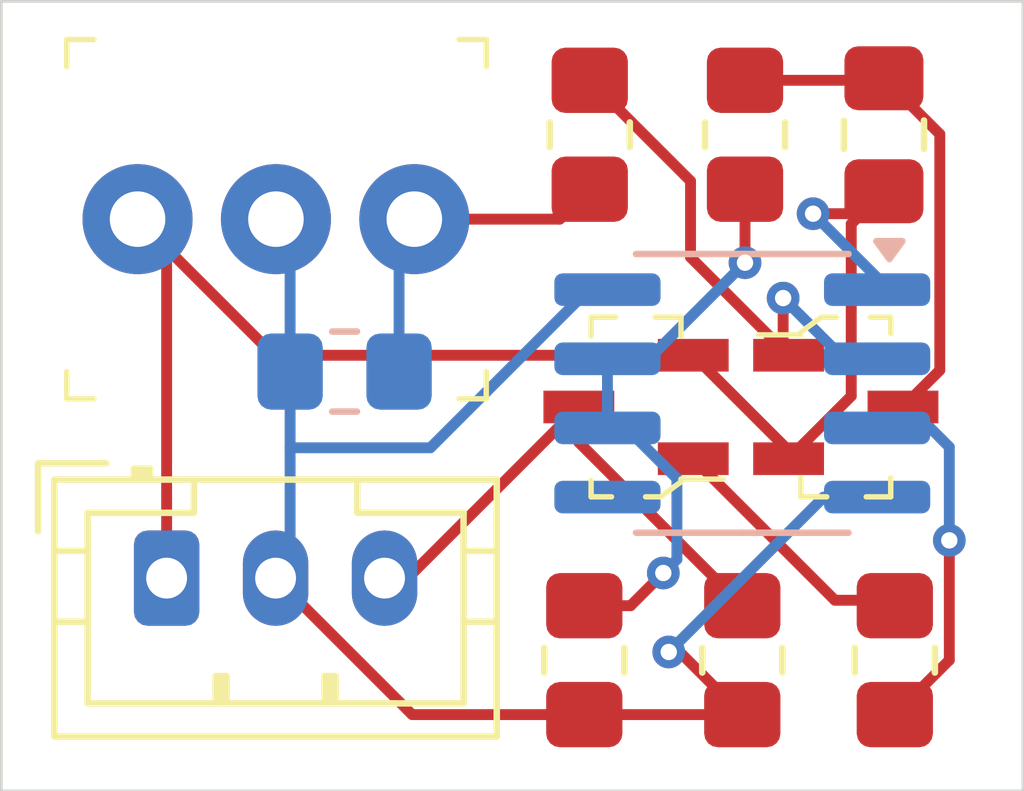
<source format=kicad_pcb>
(kicad_pcb (version 20240108) (generator "pcbnew") (generator_version "8.0")
  (layers (0 "F.Cu" signal) (31 "B.Cu" signal) (34 "B.Paste" user) (35 "F.Paste" user) (36 "B.SilkS" user "B.Silkscreen") (37 "F.SilkS" user "F.Silkscreen") (38 "B.Mask" user) (39 "F.Mask" user) (44 "Edge.Cuts" user))
  (net 0 "")
  (net 1 "Net-(J1-Pad3)")
  (net 2 "Net-(U1-R)")
  (net 3 "Net-(U1-DIS)")
  (net 4 "Net-(U1-Q)")
  (net 6 "Net-(Q2-E)")
  (net 7 "Net-(Q3-E)")
  (net 8 "Net-(Q2-B)")
  (net 9 "Net-(Q2-C)")
  (net 10 "Net-(Q3-B)")
  (footprint "Connector_JST:JST_PH_B3B-PH-K_1x03_P2.00mm_Vertical" (layer "F.Cu") (at 119.033475 86.593723)
    (property "Reference" "J2" (hide yes))
    (property "Value" "0022232031" (hide yes))
    (fp_line (start -2.36 -2.11) (end -2.36 -0.86) (stroke (width 0.12)) (layer "F.SilkS"))
    (fp_line (start -2.06 -1.81) (end -2.06 2.91) (stroke (width 0.12)) (layer "F.SilkS"))
    (fp_line (start -2.06 -0.5) (end -1.45 -0.5) (stroke (width 0.12)) (layer "F.SilkS"))
    (fp_line (start -2.06 0.8) (end -1.45 0.8) (stroke (width 0.12)) (layer "F.SilkS"))
    (fp_line (start -2.06 2.91) (end 6.06 2.91) (stroke (width 0.12)) (layer "F.SilkS"))
    (fp_line (start -1.45 -1.2) (end -1.45 2.3) (stroke (width 0.12)) (layer "F.SilkS"))
    (fp_line (start -1.45 2.3) (end 5.45 2.3) (stroke (width 0.12)) (layer "F.SilkS"))
    (fp_line (start -1.11 -2.11) (end -2.36 -2.11) (stroke (width 0.12)) (layer "F.SilkS"))
    (fp_line (start -0.6 -2.01) (end -0.6 -1.81) (stroke (width 0.12)) (layer "F.SilkS"))
    (fp_line (start -0.3 -2.01) (end -0.6 -2.01) (stroke (width 0.12)) (layer "F.SilkS"))
    (fp_line (start -0.3 -1.91) (end -0.6 -1.91) (stroke (width 0.12)) (layer "F.SilkS"))
    (fp_line (start -0.3 -1.81) (end -0.3 -2.01) (stroke (width 0.12)) (layer "F.SilkS"))
    (fp_line (start 0.5 -1.81) (end 0.5 -1.2) (stroke (width 0.12)) (layer "F.SilkS"))
    (fp_line (start 0.5 -1.2) (end -1.45 -1.2) (stroke (width 0.12)) (layer "F.SilkS"))
    (fp_line (start 0.9 1.8) (end 1.1 1.8) (stroke (width 0.12)) (layer "F.SilkS"))
    (fp_line (start 0.9 2.3) (end 0.9 1.8) (stroke (width 0.12)) (layer "F.SilkS"))
    (fp_line (start 1 2.3) (end 1 1.8) (stroke (width 0.12)) (layer "F.SilkS"))
    (fp_line (start 1.1 1.8) (end 1.1 2.3) (stroke (width 0.12)) (layer "F.SilkS"))
    (fp_line (start 2.9 1.8) (end 3.1 1.8) (stroke (width 0.12)) (layer "F.SilkS"))
    (fp_line (start 2.9 2.3) (end 2.9 1.8) (stroke (width 0.12)) (layer "F.SilkS"))
    (fp_line (start 3 2.3) (end 3 1.8) (stroke (width 0.12)) (layer "F.SilkS"))
    (fp_line (start 3.1 1.8) (end 3.1 2.3) (stroke (width 0.12)) (layer "F.SilkS"))
    (fp_line (start 3.5 -1.2) (end 3.5 -1.81) (stroke (width 0.12)) (layer "F.SilkS"))
    (fp_line (start 5.45 -1.2) (end 3.5 -1.2) (stroke (width 0.12)) (layer "F.SilkS"))
    (fp_line (start 5.45 2.3) (end 5.45 -1.2) (stroke (width 0.12)) (layer "F.SilkS"))
    (fp_line (start 6.06 -1.81) (end -2.06 -1.81) (stroke (width 0.12)) (layer "F.SilkS"))
    (fp_line (start 6.06 -0.5) (end 5.45 -0.5) (stroke (width 0.12)) (layer "F.SilkS"))
    (fp_line (start 6.06 0.8) (end 5.45 0.8) (stroke (width 0.12)) (layer "F.SilkS"))
    (fp_line (start 6.06 2.91) (end 6.06 -1.81) (stroke (width 0.12)) (layer "F.SilkS"))
    (pad "1" thru_hole roundrect (at 0 0) (size 1.2 1.75) (drill 0.75) (layers "*.Cu" "*.Mask") (roundrect_rratio 0.208333) (net 6 "Net-(Q2-E)"))
    (pad "2" thru_hole oval (at 2 0) (size 1.2 1.75) (drill 0.75) (layers "*.Cu" "*.Mask") (net 2 "Net-(U1-R)"))
    (pad "3" thru_hole oval (at 4 0) (size 1.2 1.75) (drill 0.75) (layers "*.Cu" "*.Mask") (net 9 "Net-(Q2-C)"))
  )
  (footprint "Resistor_SMD:R_0805_2012Metric_Pad1.20x1.40mm_HandSolder" (layer "F.Cu") (at 129.65 78.45 90)
    (property "Reference" "R4" (hide yes))
    (property "Value" "100" (hide yes))
    (fp_line (start -0.227064 -0.735) (end 0.227064 -0.735) (stroke (width 0.12)) (layer "F.SilkS"))
    (fp_line (start -0.227064 0.735) (end 0.227064 0.735) (stroke (width 0.12)) (layer "F.SilkS"))
    (pad "1" smd roundrect (at -1 0 90) (size 1.2 1.4) (layers "F.Cu" "F.Paste" "F.Mask") (roundrect_rratio 0.208333) (net 3 "Net-(U1-DIS)"))
    (pad "2" smd roundrect (at 1 0 90) (size 1.2 1.4) (layers "F.Cu" "F.Paste" "F.Mask") (roundrect_rratio 0.208333) (net 7 "Net-(Q3-E)"))
  )
  (footprint "digikey-footprints:SOT-23-3" (layer "F.Cu") (at 127.65 83.45 180)
    (property "Reference" "Q2" (hide yes))
    (property "Value" "MMBT2222A-7-F" (hide yes))
    (fp_line (start 0.825 1.65) (end 0.375 1.65) (stroke (width 0.1)) (layer "F.SilkS"))
    (fp_line (start 0.825 1.425) (end 0.825 1.3) (stroke (width 0.1)) (layer "F.SilkS"))
    (fp_line (start 0.825 1.35) (end 0.825 1.65) (stroke (width 0.1)) (layer "F.SilkS"))
    (fp_line (start 0.825 -1.65) (end 0.825 -1.35) (stroke (width 0.1)) (layer "F.SilkS"))
    (fp_line (start 0.45 -1.65) (end 0.825 -1.65) (stroke (width 0.1)) (layer "F.SilkS"))
    (fp_line (start -0.175 -1.65) (end -0.45 -1.65) (stroke (width 0.1)) (layer "F.SilkS"))
    (fp_line (start -0.35 1.65) (end -0.825 1.65) (stroke (width 0.1)) (layer "F.SilkS"))
    (fp_line (start -0.45 -1.65) (end -0.825 -1.375) (stroke (width 0.1)) (layer "F.SilkS"))
    (fp_line (start -0.825 1.65) (end -0.825 1.3) (stroke (width 0.1)) (layer "F.SilkS"))
    (fp_line (start -0.825 -1.325) (end -1.6 -1.325) (stroke (width 0.1)) (layer "F.SilkS"))
    (fp_line (start -0.825 -1.375) (end -0.825 -1.325) (stroke (width 0.1)) (layer "F.SilkS"))
    (pad "1" smd rect (at -1.05 -0.95 180) (size 1.3 0.6) (layers "F.Cu" "F.Paste" "F.Mask") (net 8 "Net-(Q2-B)"))
    (pad "2" smd rect (at -1.05 0.95 180) (size 1.3 0.6) (layers "F.Cu" "F.Paste" "F.Mask") (net 6 "Net-(Q2-E)"))
    (pad "3" smd rect (at 1.05 0 180) (size 1.3 0.6) (layers "F.Cu" "F.Paste" "F.Mask") (net 9 "Net-(Q2-C)"))
  )
  (footprint "Resistor_SMD:R_0805_2012Metric_Pad1.20x1.40mm_HandSolder" (layer "F.Cu") (at 126.7 88.1 90)
    (property "Reference" "R3" (hide yes))
    (property "Value" "10K" (hide yes))
    (fp_line (start -0.227064 -0.735) (end 0.227064 -0.735) (stroke (width 0.12)) (layer "F.SilkS"))
    (fp_line (start -0.227064 0.735) (end 0.227064 0.735) (stroke (width 0.12)) (layer "F.SilkS"))
    (pad "1" smd roundrect (at -1 0 90) (size 1.2 1.4) (layers "F.Cu" "F.Paste" "F.Mask") (roundrect_rratio 0.208333) (net 2 "Net-(U1-R)"))
    (pad "2" smd roundrect (at 1 0 90) (size 1.2 1.4) (layers "F.Cu" "F.Paste" "F.Mask") (roundrect_rratio 0.208333) (net 3 "Net-(U1-DIS)"))
  )
  (footprint "Capacitor_SMD:C_0805_2012Metric_Pad1.18x1.45mm_HandSolder" (layer "F.Cu") (at 132.2 78.45 -90)
    (property "Reference" "C1" (hide yes))
    (property "Value" "10uf" (hide yes))
    (fp_line (start -0.261252 0.735) (end 0.261252 0.735) (stroke (width 0.12)) (layer "F.SilkS"))
    (fp_line (start -0.261252 -0.735) (end 0.261252 -0.735) (stroke (width 0.12)) (layer "F.SilkS"))
    (pad "1" smd roundrect (at -1.0375 0 270) (size 1.175 1.45) (layers "F.Cu" "F.Paste" "F.Mask") (roundrect_rratio 0.212766) (net 7 "Net-(Q3-E)"))
    (pad "2" smd roundrect (at 1.0375 0 270) (size 1.175 1.45) (layers "F.Cu" "F.Paste" "F.Mask") (roundrect_rratio 0.212766) (net 6 "Net-(Q2-E)"))
  )
  (footprint "digikey-footprints:PinHeader_1x3_P2.54mm_Drill1.02mm" (layer "F.Cu") (at 118.5 80)
    (property "Reference" "J1" (hide yes))
    (property "Value" "0022232031" (hide yes))
    (fp_line (start -1.3 -3.3) (end -1.3 -2.8) (stroke (width 0.1)) (layer "F.SilkS"))
    (fp_line (start -1.3 -3.3) (end -0.8 -3.3) (stroke (width 0.1)) (layer "F.SilkS"))
    (fp_line (start -1.3 3.3) (end -1.3 2.8) (stroke (width 0.1)) (layer "F.SilkS"))
    (fp_line (start -1.3 3.3) (end -0.8 3.3) (stroke (width 0.1)) (layer "F.SilkS"))
    (fp_line (start 6.4 -3.3) (end 5.9 -3.3) (stroke (width 0.1)) (layer "F.SilkS"))
    (fp_line (start 6.4 -3.3) (end 6.4 -2.8) (stroke (width 0.1)) (layer "F.SilkS"))
    (fp_line (start 6.4 3.3) (end 5.9 3.3) (stroke (width 0.1)) (layer "F.SilkS"))
    (fp_line (start 6.4 3.3) (end 6.4 2.8) (stroke (width 0.1)) (layer "F.SilkS"))
    (pad "1" thru_hole circle (at 0 0) (size 2.02 2.02) (drill 1.02) (layers "*.Cu" "*.Mask") (net 6 "Net-(Q2-E)"))
    (pad "2" thru_hole circle (at 2.54 0) (size 2.02 2.02) (drill 1.02) (layers "*.Cu" "*.Mask") (net 2 "Net-(U1-R)"))
    (pad "3" thru_hole circle (at 5.08 0) (size 2.02 2.02) (drill 1.02) (layers "*.Cu" "*.Mask") (net 1 "Net-(J1-Pad3)"))
  )
  (footprint "digikey-footprints:SOT-23-3" (layer "F.Cu") (at 131.5 83.45)
    (property "Reference" "Q3" (hide yes))
    (property "Value" "MMBT2907ALT1G" (hide yes))
    (fp_line (start -0.825 -1.375) (end -0.825 -1.325) (stroke (width 0.1)) (layer "F.SilkS"))
    (fp_line (start -0.825 -1.325) (end -1.6 -1.325) (stroke (width 0.1)) (layer "F.SilkS"))
    (fp_line (start -0.825 1.65) (end -0.825 1.3) (stroke (width 0.1)) (layer "F.SilkS"))
    (fp_line (start -0.45 -1.65) (end -0.825 -1.375) (stroke (width 0.1)) (layer "F.SilkS"))
    (fp_line (start -0.35 1.65) (end -0.825 1.65) (stroke (width 0.1)) (layer "F.SilkS"))
    (fp_line (start -0.175 -1.65) (end -0.45 -1.65) (stroke (width 0.1)) (layer "F.SilkS"))
    (fp_line (start 0.45 -1.65) (end 0.825 -1.65) (stroke (width 0.1)) (layer "F.SilkS"))
    (fp_line (start 0.825 -1.65) (end 0.825 -1.35) (stroke (width 0.1)) (layer "F.SilkS"))
    (fp_line (start 0.825 1.35) (end 0.825 1.65) (stroke (width 0.1)) (layer "F.SilkS"))
    (fp_line (start 0.825 1.425) (end 0.825 1.3) (stroke (width 0.1)) (layer "F.SilkS"))
    (fp_line (start 0.825 1.65) (end 0.375 1.65) (stroke (width 0.1)) (layer "F.SilkS"))
    (pad "1" smd rect (at -1.05 -0.95) (size 1.3 0.6) (layers "F.Cu" "F.Paste" "F.Mask") (net 10 "Net-(Q3-B)"))
    (pad "2" smd rect (at -1.05 0.95) (size 1.3 0.6) (layers "F.Cu" "F.Paste" "F.Mask") (net 6 "Net-(Q2-E)"))
    (pad "3" smd rect (at 1.05 0) (size 1.3 0.6) (layers "F.Cu" "F.Paste" "F.Mask") (net 7 "Net-(Q3-E)"))
  )
  (footprint "Resistor_SMD:R_0805_2012Metric_Pad1.20x1.40mm_HandSolder" (layer "F.Cu") (at 126.8 78.45 90)
    (property "Reference" "R2" (hide yes))
    (property "Value" "10K" (hide yes))
    (fp_line (start -0.227064 -0.735) (end 0.227064 -0.735) (stroke (width 0.12)) (layer "F.SilkS"))
    (fp_line (start -0.227064 0.735) (end 0.227064 0.735) (stroke (width 0.12)) (layer "F.SilkS"))
    (pad "1" smd roundrect (at -1 0 90) (size 1.2 1.4) (layers "F.Cu" "F.Paste" "F.Mask") (roundrect_rratio 0.208333) (net 1 "Net-(J1-Pad3)"))
    (pad "2" smd roundrect (at 1 0 90) (size 1.2 1.4) (layers "F.Cu" "F.Paste" "F.Mask") (roundrect_rratio 0.208333) (net 10 "Net-(Q3-B)"))
  )
  (footprint "Resistor_SMD:R_0805_2012Metric_Pad1.20x1.40mm_HandSolder" (layer "F.Cu") (at 132.4 88.1 90)
    (property "Reference" "R5" (hide yes))
    (property "Value" "10K" (hide yes))
    (fp_line (start -0.227064 -0.735) (end 0.227064 -0.735) (stroke (width 0.12)) (layer "F.SilkS"))
    (fp_line (start -0.227064 0.735) (end 0.227064 0.735) (stroke (width 0.12)) (layer "F.SilkS"))
    (pad "1" smd roundrect (at -1 0 90) (size 1.2 1.4) (layers "F.Cu" "F.Paste" "F.Mask") (roundrect_rratio 0.208333) (net 4 "Net-(U1-Q)"))
    (pad "2" smd roundrect (at 1 0 90) (size 1.2 1.4) (layers "F.Cu" "F.Paste" "F.Mask") (roundrect_rratio 0.208333) (net 8 "Net-(Q2-B)"))
  )
  (footprint "Resistor_SMD:R_0805_2012Metric_Pad1.20x1.40mm_HandSolder" (layer "F.Cu") (at 129.6 88.1 90)
    (property "Reference" "R6" (hide yes))
    (property "Value" "10K" (hide yes))
    (fp_line (start -0.227064 -0.735) (end 0.227064 -0.735) (stroke (width 0.12)) (layer "F.SilkS"))
    (fp_line (start -0.227064 0.735) (end 0.227064 0.735) (stroke (width 0.12)) (layer "F.SilkS"))
    (pad "1" smd roundrect (at -1 0 90) (size 1.2 1.4) (layers "F.Cu" "F.Paste" "F.Mask") (roundrect_rratio 0.208333) (net 2 "Net-(U1-R)"))
    (pad "2" smd roundrect (at 1 0 90) (size 1.2 1.4) (layers "F.Cu" "F.Paste" "F.Mask") (roundrect_rratio 0.208333) (net 9 "Net-(Q2-C)"))
  )
  (footprint "Package_SO:SOIC-8_3.9x4.9mm_P1.27mm" (layer "B.Cu") (at 129.6 83.2 180)
    (property "Reference" "U1" (hide yes))
    (property "Value" "NE555P" (hide yes))
    (fp_line (start 1.95 2.56) (end 0 2.56) (stroke (width 0.12)) (layer "B.SilkS"))
    (fp_line (start 1.95 -2.56) (end 0 -2.56) (stroke (width 0.12)) (layer "B.SilkS"))
    (fp_line (start -1.95 2.56) (end 0 2.56) (stroke (width 0.12)) (layer "B.SilkS"))
    (fp_line (start -1.95 -2.56) (end 0 -2.56) (stroke (width 0.12)) (layer "B.SilkS"))
    (fp_poly (pts (xy -2.7 2.465) (xy -2.94 2.795) (xy -2.46 2.795) (xy -2.7 2.465)) (stroke (width 0.12)) (fill solid) (layer "B.SilkS"))
    (pad "1" smd roundrect (at -2.475 1.905 180) (size 1.95 0.6) (layers "B.Cu" "B.Paste" "B.Mask") (net 6 "Net-(Q2-E)"))
    (pad "2" smd roundrect (at -2.475 0.635 180) (size 1.95 0.6) (layers "B.Cu" "B.Paste" "B.Mask") (net 10 "Net-(Q3-B)"))
    (pad "3" smd roundrect (at -2.475 -0.635 180) (size 1.95 0.6) (layers "B.Cu" "B.Paste" "B.Mask") (net 4 "Net-(U1-Q)"))
    (pad "4" smd roundrect (at -2.475 -1.905 180) (size 1.95 0.6) (layers "B.Cu" "B.Paste" "B.Mask") (net 2 "Net-(U1-R)"))
    (pad "5" smd roundrect (at 2.475 -1.905 180) (size 1.95 0.6) (layers "B.Cu" "B.Paste" "B.Mask"))
    (pad "6" smd roundrect (at 2.475 -0.635 180) (size 1.95 0.6) (layers "B.Cu" "B.Paste" "B.Mask") (net 3 "Net-(U1-DIS)"))
    (pad "7" smd roundrect (at 2.475 0.635 180) (size 1.95 0.6) (layers "B.Cu" "B.Paste" "B.Mask") (net 3 "Net-(U1-DIS)"))
    (pad "8" smd roundrect (at 2.475 1.905 180) (size 1.95 0.6) (layers "B.Cu" "B.Paste" "B.Mask") (net 2 "Net-(U1-R)"))
  )
  (footprint "Resistor_SMD:R_0805_2012Metric_Pad1.20x1.40mm_HandSolder" (layer "B.Cu") (at 122.3 82.8)
    (property "Reference" "R1" (hide yes))
    (property "Value" "10K" (hide yes))
    (fp_line (start 0.227064 -0.735) (end -0.227064 -0.735) (stroke (width 0.12)) (layer "B.SilkS"))
    (fp_line (start 0.227064 0.735) (end -0.227064 0.735) (stroke (width 0.12)) (layer "B.SilkS"))
    (pad "1" smd roundrect (at -1 0) (size 1.2 1.4) (layers "B.Cu" "B.Paste" "B.Mask") (roundrect_rratio 0.208333) (net 2 "Net-(U1-R)"))
    (pad "2" smd roundrect (at 1 0) (size 1.2 1.4) (layers "B.Cu" "B.Paste" "B.Mask") (roundrect_rratio 0.208333) (net 1 "Net-(J1-Pad3)"))
  )
  (gr_rect (start 116 76) (end 134.75 90.5) (stroke (width 0.05)) (fill none) (layer "Edge.Cuts"))
  (segment (start 126.25 80) (end 126.8 79.45) (width 0.2) (layer "F.Cu") (net 1))
  (segment (start 123.58 80) (end 126.25 80) (width 0.2) (layer "F.Cu") (net 1))
  (segment (start 123.3 82.8) (end 123.3 80.28) (width 0.2) (layer "B.Cu") (net 1))
  (segment (start 123.3 80.28) (end 123.58 80) (width 0.2) (layer "B.Cu") (net 1))
  (segment (start 128.45 87.95) (end 129.6 89.1) (width 0.2) (layer "F.Cu") (net 2))
  (segment (start 126.7 89.1) (end 129.6 89.1) (width 0.2) (layer "F.Cu") (net 2))
  (segment (start 128.25 87.95) (end 128.45 87.95) (width 0.2) (layer "F.Cu") (net 2))
  (segment (start 123.539752 89.1) (end 121.033475 86.593723) (width 0.2) (layer "F.Cu") (net 2))
  (segment (start 126.7 89.1) (end 123.539752 89.1) (width 0.2) (layer "F.Cu") (net 2))
  (segment (start 129.6 89.1) (end 129.9 89.1) (width 0.2) (layer "F.Cu") (net 2))
  (via (at 128.25 87.95) (size 0.6) (drill 0.3) (layers "F.Cu" "B.Cu") (net 2))
  (segment (start 131.095 85.105) (end 128.25 87.95) (width 0.2) (layer "B.Cu") (net 2))
  (segment (start 121.3 82.8) (end 121.3 84.2) (width 0.2) (layer "B.Cu") (net 2))
  (segment (start 123.874448 84.2) (end 121.3 84.2) (width 0.2) (layer "B.Cu") (net 2))
  (segment (start 132.075 85.105) (end 131.095 85.105) (width 0.2) (layer "B.Cu") (net 2))
  (segment (start 126.779448 81.295) (end 123.874448 84.2) (width 0.2) (layer "B.Cu") (net 2))
  (segment (start 121.3 80.26) (end 121.04 80) (width 0.2) (layer "B.Cu") (net 2))
  (segment (start 121.3 84.2) (end 121.3 86.327198) (width 0.2) (layer "B.Cu") (net 2))
  (segment (start 121.3 82.8) (end 121.3 80.26) (width 0.2) (layer "B.Cu") (net 2))
  (segment (start 121.3 86.327198) (end 121.033475 86.593723) (width 0.2) (layer "B.Cu") (net 2))
  (segment (start 127.125 81.295) (end 126.779448 81.295) (width 0.2) (layer "B.Cu") (net 2))
  (segment (start 126.7 87.1) (end 127.55 87.1) (width 0.2) (layer "F.Cu") (net 3))
  (segment (start 127.55 87.1) (end 128.150735 86.499265) (width 0.2) (layer "F.Cu") (net 3))
  (segment (start 129.65 79.45) (end 129.65 80.8) (width 0.2) (layer "F.Cu") (net 3))
  (via (at 128.150735 86.499265) (size 0.6) (drill 0.3) (layers "F.Cu" "B.Cu") (net 3))
  (via (at 129.65 80.8) (size 0.6) (drill 0.3) (layers "F.Cu" "B.Cu") (net 3))
  (segment (start 127.885 82.565) (end 127.125 82.565) (width 0.2) (layer "B.Cu") (net 3))
  (segment (start 129.65 80.8) (end 127.885 82.565) (width 0.2) (layer "B.Cu") (net 3))
  (segment (start 127.125 83.835) (end 127.125 82.565) (width 0.2) (layer "B.Cu") (net 3))
  (segment (start 128.150735 86.499265) (end 128.4 86.25) (width 0.2) (layer "B.Cu") (net 3))
  (segment (start 128.4 86.25) (end 128.4 84.764448) (width 0.2) (layer "B.Cu") (net 3))
  (segment (start 127.470552 83.835) (end 127.125 83.835) (width 0.2) (layer "B.Cu") (net 3))
  (segment (start 128.4 84.764448) (end 127.470552 83.835) (width 0.2) (layer "B.Cu") (net 3))
  (segment (start 133.4 88.1) (end 133.4 85.9) (width 0.2) (layer "F.Cu") (net 4))
  (segment (start 132.4 89.1) (end 133.4 88.1) (width 0.2) (layer "F.Cu") (net 4))
  (via (at 133.4 85.9) (size 0.6) (drill 0.3) (layers "F.Cu" "B.Cu") (net 4))
  (segment (start 133.4 84.185001) (end 133.049999 83.835) (width 0.2) (layer "B.Cu") (net 4))
  (segment (start 133.049999 83.835) (end 132.075 83.835) (width 0.2) (layer "B.Cu") (net 4))
  (segment (start 133.4 85.9) (end 133.4 84.185001) (width 0.2) (layer "B.Cu") (net 4))
  (segment (start 130.45 84.25) (end 130.45 84.4) (width 0.2) (layer "F.Cu") (net 6))
  (segment (start 118.5 80) (end 121 82.5) (width 0.2) (layer "F.Cu") (net 6))
  (segment (start 131.6 80.0875) (end 131.6 83.25) (width 0.2) (layer "F.Cu") (net 6))
  (segment (start 131.7875 79.9) (end 132.2 79.4875) (width 0.2) (layer "F.Cu") (net 6))
  (segment (start 130.9 79.9) (end 131.7875 79.9) (width 0.2) (layer "F.Cu") (net 6))
  (segment (start 121 82.5) (end 128.7 82.5) (width 0.2) (layer "F.Cu") (net 6))
  (segment (start 128.7 82.5) (end 130.45 84.25) (width 0.2) (layer "F.Cu") (net 6))
  (segment (start 119.033475 80.533475) (end 118.5 80) (width 0.2) (layer "F.Cu") (net 6))
  (segment (start 119.033475 86.593723) (end 119.033475 80.533475) (width 0.2) (layer "F.Cu") (net 6))
  (segment (start 132.2 79.4875) (end 131.6 80.0875) (width 0.2) (layer "F.Cu") (net 6))
  (segment (start 131.6 83.25) (end 130.45 84.4) (width 0.2) (layer "F.Cu") (net 6))
  (via (at 130.9 79.9) (size 0.6) (drill 0.3) (layers "F.Cu" "B.Cu") (net 6))
  (segment (start 132.075 81.295) (end 132.075 81.075) (width 0.2) (layer "B.Cu") (net 6))
  (segment (start 132.075 81.075) (end 130.9 79.9) (width 0.2) (layer "B.Cu") (net 6))
  (segment (start 132.2 77.4125) (end 133.225 78.4375) (width 0.2) (layer "F.Cu") (net 7))
  (segment (start 132.1625 77.45) (end 132.2 77.4125) (width 0.2) (layer "F.Cu") (net 7))
  (segment (start 133.225 78.4375) (end 133.225 82.775) (width 0.2) (layer "F.Cu") (net 7))
  (segment (start 129.65 77.45) (end 132.1625 77.45) (width 0.2) (layer "F.Cu") (net 7))
  (segment (start 133.225 82.775) (end 132.55 83.45) (width 0.2) (layer "F.Cu") (net 7))
  (segment (start 132.4 87.1) (end 132.3 87) (width 0.2) (layer "F.Cu") (net 8))
  (segment (start 132.3 87) (end 131.3 87) (width 0.2) (layer "F.Cu") (net 8))
  (segment (start 131.3 87) (end 128.7 84.4) (width 0.2) (layer "F.Cu") (net 8))
  (segment (start 123.456277 86.593723) (end 126.6 83.45) (width 0.2) (layer "F.Cu") (net 9))
  (segment (start 126.6 83.45) (end 126.6 84.1) (width 0.2) (layer "F.Cu") (net 9))
  (segment (start 123.033475 86.593723) (end 123.456277 86.593723) (width 0.2) (layer "F.Cu") (net 9))
  (segment (start 126.6 84.1) (end 129.6 87.1) (width 0.2) (layer "F.Cu") (net 9))
  (segment (start 130.35 81.45) (end 130.35 82.4) (width 0.2) (layer "F.Cu") (net 10))
  (segment (start 128.65 80.7) (end 130.45 82.5) (width 0.2) (layer "F.Cu") (net 10))
  (segment (start 130.35 82.4) (end 130.45 82.5) (width 0.2) (layer "F.Cu") (net 10))
  (segment (start 128.65 79.3) (end 128.65 80.7) (width 0.2) (layer "F.Cu") (net 10))
  (segment (start 126.8 77.45) (end 128.65 79.3) (width 0.2) (layer "F.Cu") (net 10))
  (via (at 130.35 81.45) (size 0.6) (drill 0.3) (layers "F.Cu" "B.Cu") (net 10))
  (segment (start 132.075 82.565) (end 131.465 82.565) (width 0.2) (layer "B.Cu") (net 10))
  (segment (start 131.465 82.565) (end 130.35 81.45) (width 0.2) (layer "B.Cu") (net 10))
)
</source>
